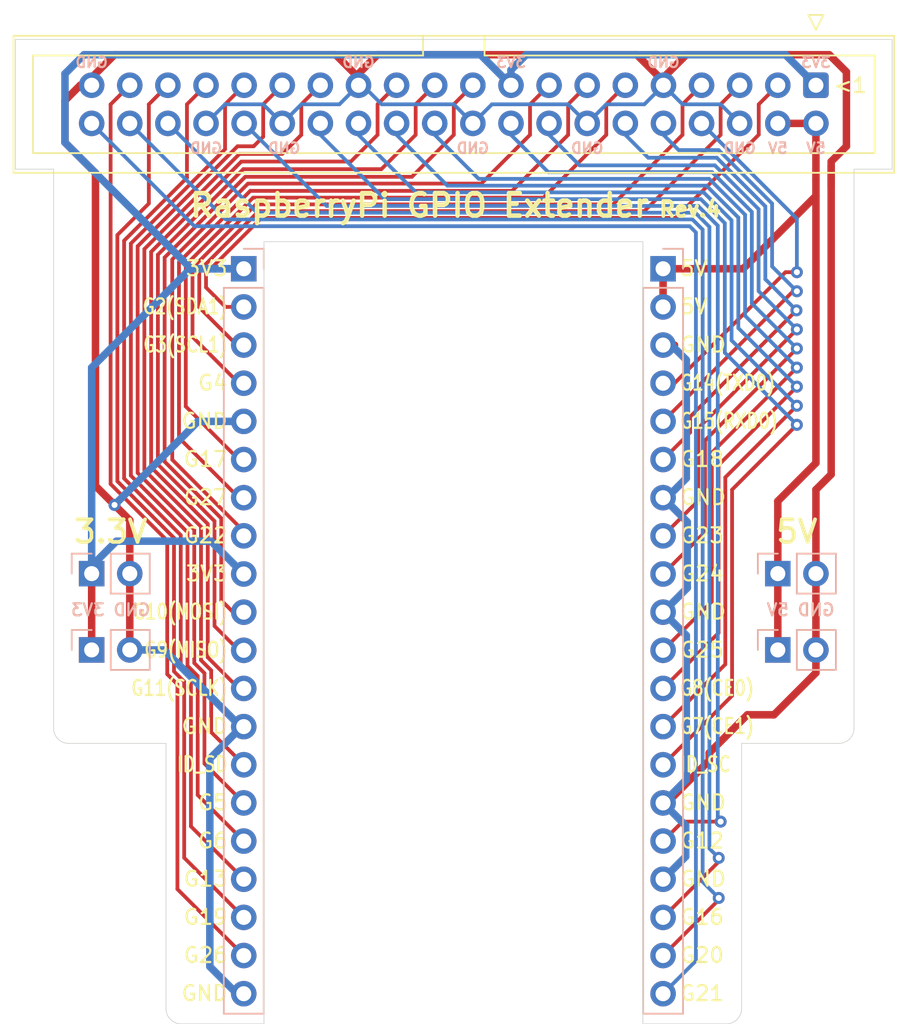
<source format=kicad_pcb>
(kicad_pcb (version 20211014) (generator pcbnew)
  (title_block (title "Raspberry Pie GPIO Extend Board") (rev "4") (company "Amos Home"))
  (layers (0 "F.Cu" signal) (31 "B.Cu" signal) (34 "B.Paste" user) (35 "F.Paste" user) (36 "B.SilkS" user "B.Silkscreen") (37 "F.SilkS" user "F.Silkscreen") (38 "B.Mask" user) (39 "F.Mask" user) (44 "Edge.Cuts" user))
  (net 0 "")
  (net 1 "Net-(J1-Pad3)")
  (net 2 "Net-(J1-Pad5)")
  (net 3 "Net-(J1-Pad7)")
  (net 4 "Net-(J1-Pad8)")
  (net 5 "Net-(J1-Pad10)")
  (net 6 "Net-(J1-Pad11)")
  (net 7 "Net-(J1-Pad12)")
  (net 8 "Net-(J1-Pad13)")
  (net 9 "Net-(J1-Pad15)")
  (net 10 "Net-(J1-Pad16)")
  (net 11 "Net-(J1-Pad18)")
  (net 12 "Net-(J1-Pad19)")
  (net 13 "Net-(J1-Pad21)")
  (net 14 "Net-(J1-Pad22)")
  (net 15 "Net-(J1-Pad23)")
  (net 16 "Net-(J1-Pad24)")
  (net 17 "Net-(J1-Pad26)")
  (net 18 "Net-(J1-Pad27)")
  (net 19 "Net-(J1-Pad28)")
  (net 20 "Net-(J1-Pad29)")
  (net 21 "Net-(J1-Pad31)")
  (net 22 "Net-(J1-Pad32)")
  (net 23 "Net-(J1-Pad33)")
  (net 24 "Net-(J1-Pad35)")
  (net 25 "Net-(J1-Pad36)")
  (net 26 "Net-(J1-Pad37)")
  (net 27 "Net-(J1-Pad38)")
  (net 28 "Net-(J1-Pad40)")
  (net 29 "+3V3")
  (net 30 "+5V")
  (net 31 "GND")
  (footprint "Connector_IDC:IDC-Header_2x20_P2.54mm_Vertical" (layer "F.Cu") (at 186.944 66.548 -90)
    (fp_text reference "J1" hide)
    (fp_text value "Conn_02x20_Odd_Even")
  )
  (footprint "Connector_PinHeader_2.54mm:PinHeader_1x20_P2.54mm_Vertical" (layer "B.Cu") (at 148.8186 78.7654 180)
    (fp_text reference "J2" hide)
    (fp_text value "Conn_01x20_Male")
  )
  (footprint "Connector_PinHeader_2.54mm:PinHeader_1x20_P2.54mm_Vertical" (layer "B.Cu") (at 176.7586 78.7654 180)
    (fp_text reference "J3" hide)
    (fp_text value "Conn_01x20_Male")
  )
  (footprint "Connector_PinHeader_2.54mm:PinHeader_1x02_P2.54mm_Vertical" (layer "B.Cu") (at 138.684 99.06 -90)
    (fp_text reference "J4" hide)
    (fp_text value "Conn_01x02_Male")
  )
  (footprint "Connector_PinHeader_2.54mm:PinHeader_1x02_P2.54mm_Vertical" (layer "B.Cu") (at 184.404 99.06 -90)
    (fp_text reference "J5" hide)
    (fp_text value "Conn_01x02_Male")
  )
  (footprint "Connector_PinHeader_2.54mm:PinHeader_1x02_P2.54mm_Vertical" (layer "B.Cu") (at 184.404 104.14 -90)
    (fp_text reference "J7" hide)
    (fp_text value "Conn_01x02_Male")
  )
  (footprint "Connector_PinHeader_2.54mm:PinHeader_1x02_P2.54mm_Vertical" (layer "B.Cu") (at 138.684 104.14 -90)
    (fp_text reference "J6" hide)
    (fp_text value "Conn_01x02_Male")
  )
  (gr_line (start 150.1648 129.032) (end 150.1648 76.962) (layer "Edge.Cuts") (width 0.05))
  (gr_line (start 143.637 110.363) (end 143.637 128.016) (layer "Edge.Cuts") (width 0.05))
  (gr_line (start 189.484 72.136) (end 192.024 72.136) (layer "Edge.Cuts") (width 0.05))
  (gr_line (start 192.024 63.5) (end 133.604 63.5) (layer "Edge.Cuts") (width 0.05))
  (gr_line (start 133.604 63.5) (end 133.604 72.136) (layer "Edge.Cuts") (width 0.05))
  (gr_line (start 136.144 72.136) (end 133.604 72.136) (layer "Edge.Cuts") (width 0.05))
  (gr_line (start 192.024 72.136) (end 192.024 63.5) (layer "Edge.Cuts") (width 0.05))
  (gr_arc (start 137.16 110.363) (mid 136.44158 110.06542) (end 136.144 109.347) (layer "Edge.Cuts") (width 0.05))
  (gr_line (start 143.637 110.363) (end 137.16 110.363) (layer "Edge.Cuts") (width 0.05))
  (gr_line (start 189.484 72.136) (end 189.484 109.347) (layer "Edge.Cuts") (width 0.05))
  (gr_line (start 188.468 110.363) (end 181.991 110.363) (layer "Edge.Cuts") (width 0.05))
  (gr_arc (start 144.653 129.032) (mid 143.93458 128.73442) (end 143.637 128.016) (layer "Edge.Cuts") (width 0.05))
  (gr_line (start 175.4124 129.032) (end 180.975 129.032) (layer "Edge.Cuts") (width 0.05))
  (gr_arc (start 189.484 109.347) (mid 189.18642 110.06542) (end 188.468 110.363) (layer "Edge.Cuts") (width 0.05))
  (gr_line (start 136.144 72.136) (end 136.144 109.347) (layer "Edge.Cuts") (width 0.05))
  (gr_arc (start 181.991 128.016) (mid 181.69342 128.73442) (end 180.975 129.032) (layer "Edge.Cuts") (width 0.05))
  (gr_line (start 150.1648 76.962) (end 175.4124 76.962) (layer "Edge.Cuts") (width 0.05))
  (gr_line (start 144.653 129.032) (end 150.1648 129.032) (layer "Edge.Cuts") (width 0.05))
  (gr_line (start 175.4124 76.962) (end 175.4124 129.032) (layer "Edge.Cuts") (width 0.05))
  (gr_line (start 181.991 110.363) (end 181.991 128.016) (layer "Edge.Cuts") (width 0.05))
  (gr_text "GND 3V3" (at 139.954 101.473) (layer "B.SilkS") (effects (font (size 0.8 0.8)) (justify mirror)))
  (gr_text "GND" (at 176.784 65.024) (layer "B.SilkS") (effects (font (size 0.7 0.7)) (justify mirror)))
  (gr_text "GND" (at 156.464 65.024) (layer "B.SilkS") (effects (font (size 0.7 0.7)) (justify mirror)))
  (gr_text "3V3" (at 166.624 65.024) (layer "B.SilkS") (effects (font (size 0.7 0.7)) (justify mirror)))
  (gr_text "GND" (at 151.511 70.739) (layer "B.SilkS") (effects (font (size 0.7 0.7)) (justify mirror)))
  (gr_text "GND" (at 146.304 70.739) (layer "B.SilkS") (effects (font (size 0.7 0.7)) (justify mirror)))
  (gr_text "GND" (at 164.084 70.739) (layer "B.SilkS") (effects (font (size 0.7 0.7)) (justify mirror)))
  (gr_text "GND" (at 171.704 70.739) (layer "B.SilkS") (effects (font (size 0.7 0.7)) (justify mirror)))
  (gr_text "GND" (at 181.864 70.739) (layer "B.SilkS") (effects (font (size 0.7 0.7)) (justify mirror)))
  (gr_text "3V3" (at 186.944 65.024) (layer "B.SilkS") (effects (font (size 0.7 0.7)) (justify mirror)))
  (gr_text "GND" (at 138.684 65.024) (layer "B.SilkS") (effects (font (size 0.7 0.7)) (justify mirror)))
  (gr_text "GND 5V" (at 185.928 101.473) (layer "B.SilkS") (effects (font (size 0.8 0.8)) (justify mirror)))
  (gr_text "5V" (at 186.944 70.739) (layer "B.SilkS") (effects (font (size 0.7 0.7)) (justify mirror)))
  (gr_text "5V" (at 184.404 70.739) (layer "B.SilkS") (effects (font (size 0.7 0.7)) (justify mirror)))
  (gr_text "5V" (at 185.674 96.266) (layer "F.SilkS") (effects (font (size 1.5 1.5) (thickness 0.25))))
  (gr_text "G21" (at 177.8 127) (layer "F.SilkS") (effects (font (size 1 1)) (justify left)))
  (gr_text "5V" (at 177.8 81.28) (layer "F.SilkS") (effects (font (size 1 1)) (justify left)))
  (gr_text "GND" (at 177.8 93.98) (layer "F.SilkS") (effects (font (size 1 1)) (justify left)))
  (gr_text "5V" (at 177.8 78.74) (layer "F.SilkS") (effects (font (size 1 1)) (justify left)))
  (gr_text "G14(TXD0)" (at 177.8 86.36) (layer "F.SilkS") (effects (font (size 1 0.8)) (justify left)))
  (gr_text "GND" (at 177.8 101.6) (layer "F.SilkS") (effects (font (size 1 1)) (justify left)))
  (gr_text "G15(RXD0)" (at 177.8 88.9) (layer "F.SilkS") (effects (font (size 1 0.8)) (justify left)))
  (gr_text "GND" (at 147.828 127) (layer "F.SilkS") (effects (font (size 1 1)) (justify right)))
  (gr_text "G6" (at 147.828 116.84) (layer "F.SilkS") (effects (font (size 1 1)) (justify right)))
  (gr_text "3.3V" (at 139.954 96.266) (layer "F.SilkS") (effects (font (size 1.5 1.5) (thickness 0.25))))
  (gr_text "G17" (at 147.828 91.44) (layer "F.SilkS") (effects (font (size 1 1)) (justify right)))
  (gr_text "G23" (at 177.8 96.52) (layer "F.SilkS") (effects (font (size 1 1)) (justify left)))
  (gr_text "G20" (at 177.8 124.46) (layer "F.SilkS") (effects (font (size 1 1)) (justify left)))
  (gr_text "G4" (at 147.828 86.36) (layer "F.SilkS") (effects (font (size 1 1)) (justify right)))
  (gr_text "GND" (at 147.828 109.22) (layer "F.SilkS") (effects (font (size 1 1)) (justify right)))
  (gr_text "G10(MOSI)" (at 147.828 101.6) (layer "F.SilkS") (effects (font (size 1 0.8)) (justify right)))
  (gr_text "G25" (at 177.8 104.14) (layer "F.SilkS") (effects (font (size 1 1)) (justify left)))
  (gr_text "RaspberryPi GPIO Extender" (at 160.528 74.549) (layer "F.SilkS") (effects (font (size 1.5 1.5) (thickness 0.3))))
  (gr_text "3V3" (at 147.828 99.06) (layer "F.SilkS") (effects (font (size 1 1)) (justify right)))
  (gr_text "G5" (at 147.828 114.3) (layer "F.SilkS") (effects (font (size 1 1)) (justify right)))
  (gr_text "G2(SDA1)" (at 147.828 81.28) (layer "F.SilkS") (effects (font (size 1 0.8)) (justify right)))
  (gr_text "Rev.4" (at 178.562 74.803) (layer "F.SilkS") (effects (font (size 1 1) (thickness 0.25))))
  (gr_text "G7(CE1)" (at 177.8 109.22) (layer "F.SilkS") (effects (font (size 1 0.8)) (justify left)))
  (gr_text "GND" (at 177.8 83.82) (layer "F.SilkS") (effects (font (size 1 1)) (justify left)))
  (gr_text "3V3" (at 147.828 78.74) (layer "F.SilkS") (effects (font (size 1 1)) (justify right)))
  (gr_text "GND" (at 177.8 119.38) (layer "F.SilkS") (effects (font (size 1 1)) (justify left)))
  (gr_text "G22" (at 147.828 96.52) (layer "F.SilkS") (effects (font (size 1 1)) (justify right)))
  (gr_text "G13" (at 147.828 119.38) (layer "F.SilkS") (effects (font (size 1 1)) (justify right)))
  (gr_text "GND" (at 177.8 114.3) (layer "F.SilkS") (effects (font (size 1 1)) (justify left)))
  (gr_text "<1" (at 189.23 66.548) (layer "F.SilkS") (effects (font (size 1 1))))
  (gr_text "G16" (at 177.8 121.92) (layer "F.SilkS") (effects (font (size 1 1)) (justify left)))
  (gr_text "G9(MISO)" (at 147.828 104.14) (layer "F.SilkS") (effects (font (size 1 0.8)) (justify right)))
  (gr_text "G8(CE0)" (at 177.8 106.68) (layer "F.SilkS") (effects (font (size 1 0.8)) (justify left)))
  (gr_text "G18" (at 177.8 91.44) (layer "F.SilkS") (effects (font (size 1 1)) (justify left)))
  (gr_text "G27" (at 147.828 93.98) (layer "F.SilkS") (effects (font (size 1 1)) (justify right)))
  (gr_text "ID_SD" (at 147.828 111.76) (layer "F.SilkS") (effects (font (size 1 0.8)) (justify right)))
  (gr_text "G19" (at 147.828 121.92) (layer "F.SilkS") (effects (font (size 1 1)) (justify right)))
  (gr_text "G26" (at 147.828 124.46) (layer "F.SilkS") (effects (font (size 1 1)) (justify right)))
  (gr_text "ID_SC" (at 177.8 111.76) (layer "F.SilkS") (effects (font (size 1 0.8)) (justify left)))
  (gr_text "G11(SCLK)" (at 147.828 106.68) (layer "F.SilkS") (effects (font (size 1 0.8)) (justify right)))
  (gr_text "G3(SCL1)" (at 147.828 83.82) (layer "F.SilkS") (effects (font (size 1 0.8)) (justify right)))
  (gr_text "G12" (at 177.8 116.84) (layer "F.SilkS") (effects (font (size 1 1)) (justify left)))
  (gr_text "G24" (at 177.8 99.06) (layer "F.SilkS") (effects (font (size 1 1)) (justify left)))
  (gr_text "GND" (at 147.828 88.9) (layer "F.SilkS") (effects (font (size 1 1)) (justify right)))
  (segment (start 149.999122 75.380011) (end 177.59424 75.380011) (width 0.25) (layer "F.Cu") (net 1))
  (segment (start 146.304 79.075133) (end 149.999122 75.380011) (width 0.25) (layer "F.Cu") (net 1))
  (segment (start 147.5994 81.3054) (end 146.304 80.01) (width 0.25) (layer "F.Cu") (net 1))
  (segment (start 183.134 69.840251) (end 183.134 67.818) (width 0.25) (layer "F.Cu") (net 1))
  (segment (start 183.134 67.818) (end 184.404 66.548) (width 0.25) (layer "F.Cu") (net 1))
  (segment (start 148.8186 81.3054) (end 147.5994 81.3054) (width 0.25) (layer "F.Cu") (net 1))
  (segment (start 177.59424 75.380011) (end 183.134 69.840251) (width 0.25) (layer "F.Cu") (net 1))
  (segment (start 146.304 80.01) (end 146.304 79.075133) (width 0.25) (layer "F.Cu") (net 1))
  (segment (start 145.853989 78.888733) (end 149.812722 74.93) (width 0.25) (layer "F.Cu") (net 2))
  (segment (start 180.594 67.818) (end 181.864 66.548) (width 0.25) (layer "F.Cu") (net 2))
  (segment (start 149.812722 74.93) (end 175.514 74.93) (width 0.25) (layer "F.Cu") (net 2))
  (segment (start 145.853989 81.337989) (end 145.853989 78.888733) (width 0.25) (layer "F.Cu") (net 2))
  (segment (start 180.594 69.85) (end 180.594 67.818) (width 0.25) (layer "F.Cu") (net 2))
  (segment (start 148.8186 83.8454) (end 148.3614 83.8454) (width 0.25) (layer "F.Cu") (net 2))
  (segment (start 175.514 74.93) (end 180.594 69.85) (width 0.25) (layer "F.Cu") (net 2))
  (segment (start 148.3614 83.8454) (end 145.853989 81.337989) (width 0.25) (layer "F.Cu") (net 2))
  (segment (start 178.054 69.85) (end 178.054 67.818) (width 0.25) (layer "F.Cu") (net 3))
  (segment (start 145.403978 83.300978) (end 145.403978 78.702333) (width 0.25) (layer "F.Cu") (net 3))
  (segment (start 145.403978 78.702333) (end 149.626322 74.479989) (width 0.25) (layer "F.Cu") (net 3))
  (segment (start 148.4884 86.3854) (end 145.403978 83.300978) (width 0.25) (layer "F.Cu") (net 3))
  (segment (start 173.424011 74.479989) (end 178.054 69.85) (width 0.25) (layer "F.Cu") (net 3))
  (segment (start 148.8186 86.3854) (end 148.4884 86.3854) (width 0.25) (layer "F.Cu") (net 3))
  (segment (start 149.626322 74.479989) (end 173.424011 74.479989) (width 0.25) (layer "F.Cu") (net 3))
  (segment (start 178.054 67.818) (end 179.324 66.548) (width 0.25) (layer "F.Cu") (net 3))
  (segment (start 184.912 78.994) (end 185.674 78.994) (width 0.25) (layer "F.Cu") (net 4))
  (segment (start 176.7586 86.3854) (end 177.5206 86.3854) (width 0.25) (layer "F.Cu") (net 4))
  (segment (start 177.5206 86.3854) (end 184.912 78.994) (width 0.25) (layer "F.Cu") (net 4))
  (via (at 185.674 78.994) (size 0.8) (drill 0.4) (layers "F.Cu" "B.Cu") (net 4))
  (segment (start 185.674 75.438) (end 185.674 78.994) (width 0.25) (layer "B.Cu") (net 4))
  (segment (start 179.324 69.088) (end 179.324 69.596) (width 0.25) (layer "B.Cu") (net 4))
  (segment (start 179.324 69.088) (end 185.674 75.438) (width 0.25) (layer "B.Cu") (net 4))
  (segment (start 185.42 80.264) (end 185.674 80.264) (width 0.25) (layer "F.Cu") (net 5))
  (segment (start 176.7586 88.9254) (end 185.42 80.264) (width 0.25) (layer "F.Cu") (net 5))
  (via (at 185.674 80.264) (size 0.8) (drill 0.4) (layers "F.Cu" "B.Cu") (net 5))
  (segment (start 176.784 69.088) (end 177.292 69.088) (width 0.25) (layer "B.Cu") (net 5))
  (segment (start 176.784 69.85) (end 177.8 70.866) (width 0.25) (layer "B.Cu") (net 5))
  (segment (start 180.46559 70.866) (end 184.023 74.42341) (width 0.25) (layer "B.Cu") (net 5))
  (segment (start 176.784 69.088) (end 176.784 69.469) (width 0.25) (layer "B.Cu") (net 5))
  (segment (start 184.023 78.613) (end 185.674 80.264) (width 0.25) (layer "B.Cu") (net 5))
  (segment (start 176.784 69.088) (end 176.784 69.85) (width 0.25) (layer "B.Cu") (net 5))
  (segment (start 177.8 70.866) (end 180.46559 70.866) (width 0.25) (layer "B.Cu") (net 5))
  (segment (start 184.023 74.42341) (end 184.023 78.613) (width 0.25) (layer "B.Cu") (net 5))
  (segment (start 144.953967 87.930967) (end 144.953967 78.515933) (width 0.25) (layer "F.Cu") (net 6))
  (segment (start 149.439922 74.029978) (end 168.794022 74.029978) (width 0.25) (layer "F.Cu") (net 6))
  (segment (start 172.974 67.818) (end 174.244 66.548) (width 0.25) (layer "F.Cu") (net 6))
  (segment (start 148.8186 91.4654) (end 148.4884 91.4654) (width 0.25) (layer "F.Cu") (net 6))
  (segment (start 144.953967 78.515933) (end 149.439922 74.029978) (width 0.25) (layer "F.Cu") (net 6))
  (segment (start 168.794022 74.029978) (end 172.974 69.85) (width 0.25) (layer "F.Cu") (net 6))
  (segment (start 148.4884 91.4654) (end 144.953967 87.930967) (width 0.25) (layer "F.Cu") (net 6))
  (segment (start 172.974 69.85) (end 172.974 67.818) (width 0.25) (layer "F.Cu") (net 6))
  (segment (start 178.562 89.662) (end 178.562 88.617498) (width 0.25) (layer "F.Cu") (net 7))
  (segment (start 176.7586 91.4654) (end 178.562 89.662) (width 0.25) (layer "F.Cu") (net 7))
  (segment (start 178.562 88.617498) (end 185.645498 81.534) (width 0.25) (layer "F.Cu") (net 7))
  (via (at 185.645498 81.534) (size 0.8) (drill 0.4) (layers "F.Cu" "B.Cu") (net 7))
  (segment (start 175.768 71.374) (end 180.33718 71.374) (width 0.25) (layer "B.Cu") (net 7))
  (segment (start 180.33718 71.374) (end 183.572989 74.609809) (width 0.25) (layer "B.Cu") (net 7))
  (segment (start 183.572989 74.609809) (end 183.572989 79.461491) (width 0.25) (layer "B.Cu") (net 7))
  (segment (start 174.244 69.85) (end 175.768 71.374) (width 0.25) (layer "B.Cu") (net 7))
  (segment (start 174.244 69.088) (end 174.244 69.85) (width 0.25) (layer "B.Cu") (net 7))
  (segment (start 174.244 69.088) (end 174.244 69.469) (width 0.25) (layer "B.Cu") (net 7))
  (segment (start 183.572989 79.461491) (end 185.645498 81.534) (width 0.25) (layer "B.Cu") (net 7))
  (segment (start 149.253522 73.579967) (end 166.704033 73.579967) (width 0.25) (layer "F.Cu") (net 8))
  (segment (start 144.503956 78.329533) (end 149.253522 73.579967) (width 0.25) (layer "F.Cu") (net 8))
  (segment (start 148.8186 94.0054) (end 148.4884 94.0054) (width 0.25) (layer "F.Cu") (net 8))
  (segment (start 170.434 69.85) (end 170.434 67.818) (width 0.25) (layer "F.Cu") (net 8))
  (segment (start 170.434 67.818) (end 171.704 66.548) (width 0.25) (layer "F.Cu") (net 8))
  (segment (start 144.503956 90.020956) (end 144.503956 78.329533) (width 0.25) (layer "F.Cu") (net 8))
  (segment (start 166.704033 73.579967) (end 170.434 69.85) (width 0.25) (layer "F.Cu") (net 8))
  (segment (start 148.4884 94.0054) (end 144.503956 90.020956) (width 0.25) (layer "F.Cu") (net 8))
  (segment (start 148.8186 96.2406) (end 144.053945 91.475945) (width 0.25) (layer "F.Cu") (net 9))
  (segment (start 148.8186 96.5454) (end 148.8186 96.2406) (width 0.25) (layer "F.Cu") (net 9))
  (segment (start 144.053945 91.475945) (end 144.053945 78.143133) (width 0.25) (layer "F.Cu") (net 9))
  (segment (start 164.649989 73.094011) (end 167.894 69.85) (width 0.25) (layer "F.Cu") (net 9))
  (segment (start 144.053945 78.143133) (end 149.103067 73.094011) (width 0.25) (layer "F.Cu") (net 9))
  (segment (start 167.894 69.85) (end 167.894 67.818) (width 0.25) (layer "F.Cu") (net 9))
  (segment (start 167.894 67.818) (end 169.164 66.548) (width 0.25) (layer "F.Cu") (net 9))
  (segment (start 149.103067 73.094011) (end 164.649989 73.094011) (width 0.25) (layer "F.Cu") (net 9))
  (segment (start 176.7586 96.5454) (end 179.105945 94.198055) (width 0.25) (layer "F.Cu") (net 10))
  (segment (start 179.105945 89.372055) (end 181.356 87.122) (width 0.25) (layer "F.Cu") (net 10))
  (segment (start 181.356 87.122) (end 185.674 82.804) (width 0.25) (layer "F.Cu") (net 10))
  (segment (start 179.105945 94.198055) (end 179.105945 89.372055) (width 0.25) (layer "F.Cu") (net 10))
  (via (at 185.674 82.804) (size 0.8) (drill 0.4) (layers "F.Cu" "B.Cu") (net 10))
  (segment (start 180.208769 71.882) (end 183.122978 74.796209) (width 0.25) (layer "B.Cu") (net 10))
  (segment (start 169.164 69.85) (end 171.196 71.882) (width 0.25) (layer "B.Cu") (net 10))
  (segment (start 183.122978 80.252978) (end 185.674 82.804) (width 0.25) (layer "B.Cu") (net 10))
  (segment (start 169.164 69.088) (end 169.164 69.469) (width 0.25) (layer "B.Cu") (net 10))
  (segment (start 183.122978 74.796209) (end 183.122978 80.252978) (width 0.25) (layer "B.Cu") (net 10))
  (segment (start 171.196 71.882) (end 180.208769 71.882) (width 0.25) (layer "B.Cu") (net 10))
  (segment (start 169.164 69.088) (end 169.164 69.85) (width 0.25) (layer "B.Cu") (net 10))
  (segment (start 179.555956 90.192044) (end 181.841956 87.906044) (width 0.25) (layer "F.Cu") (net 11))
  (segment (start 181.841956 87.906044) (end 185.674 84.074) (width 0.25) (layer "F.Cu") (net 11))
  (segment (start 176.7586 99.0854) (end 179.555956 96.288044) (width 0.25) (layer "F.Cu") (net 11))
  (segment (start 179.555956 96.288044) (end 179.555956 90.192044) (width 0.25) (layer "F.Cu") (net 11))
  (via (at 185.674 84.074) (size 0.8) (drill 0.4) (layers "F.Cu" "B.Cu") (net 11))
  (segment (start 169.106011 72.332011) (end 180.02237 72.332011) (width 0.25) (layer "B.Cu") (net 11))
  (segment (start 182.672967 81.072967) (end 185.674 84.074) (width 0.25) (layer "B.Cu") (net 11))
  (segment (start 166.624 69.088) (end 166.624 69.469) (width 0.25) (layer "B.Cu") (net 11))
  (segment (start 166.624 69.088) (end 166.624 69.85) (width 0.25) (layer "B.Cu") (net 11))
  (segment (start 180.02237 72.332011) (end 182.672967 74.982608) (width 0.25) (layer "B.Cu") (net 11))
  (segment (start 182.672967 74.982608) (end 182.672967 81.072967) (width 0.25) (layer "B.Cu") (net 11))
  (segment (start 166.624 69.85) (end 169.106011 72.332011) (width 0.25) (layer "B.Cu") (net 11))
  (segment (start 148.8186 101.6254) (end 148.1074 101.6254) (width 0.25) (layer "F.Cu") (net 12))
  (segment (start 147.32 100.838) (end 147.32 95.37841) (width 0.25) (layer "F.Cu") (net 12))
  (segment (start 148.1074 101.6254) (end 147.32 100.838) (width 0.25) (layer "F.Cu") (net 12))
  (segment (start 148.916667 72.644) (end 160.02 72.644) (width 0.25) (layer "F.Cu") (net 12))
  (segment (start 162.814 67.818) (end 164.084 66.548) (width 0.25) (layer "F.Cu") (net 12))
  (segment (start 147.32 95.37841) (end 143.546999 91.605409) (width 0.25) (layer "F.Cu") (net 12))
  (segment (start 160.02 72.644) (end 162.814 69.85) (width 0.25) (layer "F.Cu") (net 12))
  (segment (start 143.546999 78.013667) (end 148.916667 72.644) (width 0.25) (layer "F.Cu") (net 12))
  (segment (start 162.814 69.85) (end 162.814 67.818) (width 0.25) (layer "F.Cu") (net 12))
  (segment (start 143.546999 91.605409) (end 143.546999 78.013667) (width 0.25) (layer "F.Cu") (net 12))
  (segment (start 160.274 69.85) (end 160.274 67.818) (width 0.25) (layer "F.Cu") (net 13))
  (segment (start 157.988 72.136) (end 160.274 69.85) (width 0.25) (layer "F.Cu") (net 13))
  (segment (start 146.869989 95.56481) (end 143.096988 91.791809) (width 0.25) (layer "F.Cu") (net 13))
  (segment (start 146.869989 102.546989) (end 146.869989 95.56481) (width 0.25) (layer "F.Cu") (net 13))
  (segment (start 143.096988 77.827267) (end 148.788255 72.136) (width 0.25) (layer "F.Cu") (net 13))
  (segment (start 148.4884 104.1654) (end 146.869989 102.546989) (width 0.25) (layer "F.Cu") (net 13))
  (segment (start 148.788255 72.136) (end 157.988 72.136) (width 0.25) (layer "F.Cu") (net 13))
  (segment (start 143.096988 91.791809) (end 143.096988 77.827267) (width 0.25) (layer "F.Cu") (net 13))
  (segment (start 148.8186 104.1654) (end 148.4884 104.1654) (width 0.25) (layer "F.Cu") (net 13))
  (segment (start 160.274 67.818) (end 161.544 66.548) (width 0.25) (layer "F.Cu") (net 13))
  (segment (start 180.005967 100.918033) (end 180.005967 91.012019) (width 0.25) (layer "F.Cu") (net 14))
  (segment (start 182.291967 88.726019) (end 185.673986 85.344) (width 0.25) (layer "F.Cu") (net 14))
  (segment (start 180.005967 91.012019) (end 182.291967 88.726019) (width 0.25) (layer "F.Cu") (net 14))
  (segment (start 176.7586 104.1654) (end 180.005967 100.918033) (width 0.25) (layer "F.Cu") (net 14))
  (via (at 185.673986 85.344) (size 0.8) (drill 0.4) (layers "F.Cu" "B.Cu") (net 14))
  (segment (start 161.544 69.088) (end 161.544 69.85) (width 0.25) (layer "B.Cu") (net 14))
  (segment (start 182.222956 75.169007) (end 182.222956 81.89297) (width 0.25) (layer "B.Cu") (net 14))
  (segment (start 182.222956 81.89297) (end 185.673986 85.344) (width 0.25) (layer "B.Cu") (net 14))
  (segment (start 161.544 69.85) (end 164.476022 72.782022) (width 0.25) (layer "B.Cu") (net 14))
  (segment (start 179.835971 72.782022) (end 182.222956 75.169007) (width 0.25) (layer "B.Cu") (net 14))
  (segment (start 164.476022 72.782022) (end 179.835971 72.782022) (width 0.25) (layer "B.Cu") (net 14))
  (segment (start 146.419978 104.636978) (end 146.419978 95.75121) (width 0.25) (layer "F.Cu") (net 15))
  (segment (start 157.734 69.85) (end 157.734 67.818) (width 0.25) (layer "F.Cu") (net 15))
  (segment (start 155.956 71.628) (end 157.734 69.85) (width 0.25) (layer "F.Cu") (net 15))
  (segment (start 146.419978 95.75121) (end 142.646977 91.978209) (width 0.25) (layer "F.Cu") (net 15))
  (segment (start 148.4884 106.7054) (end 146.419978 104.636978) (width 0.25) (layer "F.Cu") (net 15))
  (segment (start 148.659844 71.628) (end 155.956 71.628) (width 0.25) (layer "F.Cu") (net 15))
  (segment (start 142.646977 77.640867) (end 148.659844 71.628) (width 0.25) (layer "F.Cu") (net 15))
  (segment (start 157.734 67.818) (end 159.004 66.548) (width 0.25) (layer "F.Cu") (net 15))
  (segment (start 142.646977 91.978209) (end 142.646977 77.640867) (width 0.25) (layer "F.Cu") (net 15))
  (segment (start 148.8186 106.7054) (end 148.4884 106.7054) (width 0.25) (layer "F.Cu") (net 15))
  (segment (start 180.594 91.694) (end 185.674 86.614) (width 0.25) (layer "F.Cu") (net 16))
  (segment (start 176.7586 106.7054) (end 180.455978 103.008022) (width 0.25) (layer "F.Cu") (net 16))
  (segment (start 180.455978 91.832022) (end 180.594 91.694) (width 0.25) (layer "F.Cu") (net 16))
  (segment (start 180.455978 103.008022) (end 180.455978 91.832022) (width 0.25) (layer "F.Cu") (net 16))
  (via (at 185.674 86.614) (size 0.8) (drill 0.4) (layers "F.Cu" "B.Cu") (net 16))
  (segment (start 181.772945 75.355407) (end 181.772945 82.712945) (width 0.25) (layer "B.Cu") (net 16))
  (segment (start 159.004 69.85) (end 162.386033 73.232033) (width 0.25) (layer "B.Cu") (net 16))
  (segment (start 181.772945 82.712945) (end 185.674 86.614) (width 0.25) (layer "B.Cu") (net 16))
  (segment (start 162.386033 73.232033) (end 179.649571 73.232033) (width 0.25) (layer "B.Cu") (net 16))
  (segment (start 159.004 69.088) (end 159.004 69.85) (width 0.25) (layer "B.Cu") (net 16))
  (segment (start 179.649571 73.232033) (end 181.772945 75.355407) (width 0.25) (layer "B.Cu") (net 16))
  (segment (start 180.905989 105.098011) (end 180.905989 92.652021) (width 0.25) (layer "F.Cu") (net 17))
  (segment (start 180.905989 92.652021) (end 185.674 87.88401) (width 0.25) (layer "F.Cu") (net 17))
  (segment (start 176.7586 109.2454) (end 180.905989 105.098011) (width 0.25) (layer "F.Cu") (net 17))
  (via (at 185.674 87.88401) (size 0.8) (drill 0.4) (layers "F.Cu" "B.Cu") (net 17))
  (segment (start 156.464 69.85) (end 160.296044 73.682044) (width 0.25) (layer "B.Cu") (net 17))
  (segment (start 160.296044 73.682044) (end 179.463171 73.682044) (width 0.25) (layer "B.Cu") (net 17))
  (segment (start 181.322934 75.541807) (end 181.322934 83.532944) (width 0.25) (layer "B.Cu") (net 17))
  (segment (start 179.463171 73.682044) (end 181.322934 75.541807) (width 0.25) (layer "B.Cu") (net 17))
  (segment (start 181.322934 83.532944) (end 185.274001 87.484011) (width 0.25) (layer "B.Cu") (net 17))
  (segment (start 156.464 69.088) (end 156.464 69.85) (width 0.25) (layer "B.Cu") (net 17))
  (segment (start 185.274001 87.484011) (end 185.674 87.88401) (width 0.25) (layer "B.Cu") (net 17))
  (segment (start 148.531434 71.12) (end 151.384 71.12) (width 0.25) (layer "F.Cu") (net 18))
  (segment (start 146.649055 105.502466) (end 145.969967 104.823378) (width 0.25) (layer "F.Cu") (net 18))
  (segment (start 142.196966 77.454467) (end 148.531434 71.12) (width 0.25) (layer "F.Cu") (net 18))
  (segment (start 145.969967 104.823378) (end 145.969967 95.93761) (width 0.25) (layer "F.Cu") (net 18))
  (segment (start 152.654 67.818) (end 153.924 66.548) (width 0.25) (layer "F.Cu") (net 18))
  (segment (start 152.654 69.85) (end 152.654 67.818) (width 0.25) (layer "F.Cu") (net 18))
  (segment (start 151.384 71.12) (end 152.654 69.85) (width 0.25) (layer "F.Cu") (net 18))
  (segment (start 148.8186 111.7854) (end 146.649055 109.615855) (width 0.25) (layer "F.Cu") (net 18))
  (segment (start 142.196966 92.164609) (end 142.196966 77.454467) (width 0.25) (layer "F.Cu") (net 18))
  (segment (start 146.649055 109.615855) (end 146.649055 105.502466) (width 0.25) (layer "F.Cu") (net 18))
  (segment (start 145.969967 95.93761) (end 142.196966 92.164609) (width 0.25) (layer "F.Cu") (net 18))
  (segment (start 181.356 93.47201) (end 185.67401 89.154) (width 0.25) (layer "F.Cu") (net 19))
  (segment (start 181.356 107.188) (end 181.356 93.47201) (width 0.25) (layer "F.Cu") (net 19))
  (segment (start 176.7586 111.7854) (end 181.356 107.188) (width 0.25) (layer "F.Cu") (net 19))
  (via (at 185.67401 89.154) (size 0.8) (drill 0.4) (layers "F.Cu" "B.Cu") (net 19))
  (segment (start 158.206055 74.132055) (end 179.276771 74.132055) (width 0.25) (layer "B.Cu") (net 19))
  (segment (start 179.276771 74.132055) (end 180.872923 75.728207) (width 0.25) (layer "B.Cu") (net 19))
  (segment (start 153.924 69.85) (end 158.206055 74.132055) (width 0.25) (layer "B.Cu") (net 19))
  (segment (start 180.872923 75.728207) (end 180.872923 84.352913) (width 0.25) (layer "B.Cu") (net 19))
  (segment (start 180.872923 84.352913) (end 185.274011 88.754001) (width 0.25) (layer "B.Cu") (net 19))
  (segment (start 185.274011 88.754001) (end 185.67401 89.154) (width 0.25) (layer "B.Cu") (net 19))
  (segment (start 153.924 69.088) (end 153.924 69.85) (width 0.25) (layer "B.Cu") (net 19))
  (segment (start 145.519956 96.12401) (end 141.746955 92.351009) (width 0.25) (layer "F.Cu") (net 20))
  (segment (start 148.403023 70.612) (end 149.479 70.612) (width 0.25) (layer "F.Cu") (net 20))
  (segment (start 145.519956 105.009778) (end 145.519956 96.12401) (width 0.25) (layer "F.Cu") (net 20))
  (segment (start 146.199044 111.705844) (end 146.199044 105.688865) (width 0.25) (layer "F.Cu") (net 20))
  (segment (start 146.199044 105.688865) (end 145.519956 105.009778) (width 0.25) (layer "F.Cu") (net 20))
  (segment (start 150.114 69.977) (end 150.114 67.818) (width 0.25) (layer "F.Cu") (net 20))
  (segment (start 150.114 67.818) (end 151.384 66.548) (width 0.25) (layer "F.Cu") (net 20))
  (segment (start 141.746955 77.268067) (end 148.403023 70.612) (width 0.25) (layer "F.Cu") (net 20))
  (segment (start 149.479 70.612) (end 150.114 69.977) (width 0.25) (layer "F.Cu") (net 20))
  (segment (start 148.8186 114.3254) (end 146.199044 111.705844) (width 0.25) (layer "F.Cu") (net 20))
  (segment (start 141.746955 92.351009) (end 141.746955 77.268067) (width 0.25) (layer "F.Cu") (net 20))
  (segment (start 148.8186 116.8654) (end 145.749033 113.795833) (width 0.25) (layer "F.Cu") (net 21))
  (segment (start 141.296944 92.537409) (end 141.296944 77.081667) (width 0.25) (layer "F.Cu") (net 21))
  (segment (start 147.574 70.804613) (end 147.574 67.818) (width 0.25) (layer "F.Cu") (net 21))
  (segment (start 145.749033 113.795833) (end 145.749033 105.875266) (width 0.25) (layer "F.Cu") (net 21))
  (segment (start 145.749033 105.875266) (end 145.069945 105.196178) (width 0.25) (layer "F.Cu") (net 21))
  (segment (start 147.574 67.818) (end 148.844 66.548) (width 0.25) (layer "F.Cu") (net 21))
  (segment (start 145.069945 96.31041) (end 141.296944 92.537409) (width 0.25) (layer "F.Cu") (net 21))
  (segment (start 145.069945 105.196178) (end 145.069945 96.31041) (width 0.25) (layer "F.Cu") (net 21))
  (segment (start 141.296944 77.081667) (end 147.574 70.804613) (width 0.25) (layer "F.Cu") (net 21))
  (segment (start 176.7586 116.8654) (end 178.054 115.57) (width 0.25) (layer "F.Cu") (net 22))
  (segment (start 178.054 115.57) (end 180.593682 115.57) (width 0.25) (layer "F.Cu") (net 22))
  (via (at 180.593682 115.57) (size 0.8) (drill 0.4) (layers "F.Cu" "B.Cu") (net 22))
  (segment (start 180.403341 75.895036) (end 180.403341 115.379659) (width 0.25) (layer "B.Cu") (net 22))
  (segment (start 154.338066 74.582066) (end 179.090371 74.582066) (width 0.25) (layer "B.Cu") (net 22))
  (segment (start 148.844 69.088) (end 148.844 69.2785) (width 0.25) (layer "B.Cu") (net 22))
  (segment (start 180.403341 115.379659) (end 180.593682 115.57) (width 0.25) (layer "B.Cu") (net 22))
  (segment (start 179.090371 74.582066) (end 180.403341 75.895036) (width 0.25) (layer "B.Cu") (net 22))
  (segment (start 148.844 69.088) (end 154.338066 74.582066) (width 0.25) (layer "B.Cu") (net 22))
  (segment (start 148.8186 119.4054) (end 145.299022 115.885822) (width 0.25) (layer "F.Cu") (net 23))
  (segment (start 144.619934 105.382578) (end 144.619934 96.49681) (width 0.25) (layer "F.Cu") (net 23))
  (segment (start 145.299022 106.061665) (end 144.619934 105.382578) (width 0.25) (layer "F.Cu") (net 23))
  (segment (start 140.846933 92.723809) (end 140.846933 76.89527) (width 0.25) (layer "F.Cu") (net 23))
  (segment (start 140.846933 76.89527) (end 145.034 72.708203) (width 0.25) (layer "F.Cu") (net 23))
  (segment (start 145.034 72.708203) (end 145.034 67.818) (width 0.25) (layer "F.Cu") (net 23))
  (segment (start 144.619934 96.49681) (end 140.846933 92.723809) (width 0.25) (layer "F.Cu") (net 23))
  (segment (start 145.299022 115.885822) (end 145.299022 106.061665) (width 0.25) (layer "F.Cu") (net 23))
  (segment (start 145.034 67.818) (end 146.304 66.548) (width 0.25) (layer "F.Cu") (net 23))
  (segment (start 144.849011 106.248066) (end 144.169923 105.568978) (width 0.25) (layer "F.Cu") (net 24))
  (segment (start 144.169923 96.68321) (end 140.396922 92.910209) (width 0.25) (layer "F.Cu") (net 24))
  (segment (start 140.396922 92.910209) (end 140.396922 76.519078) (width 0.25) (layer "F.Cu") (net 24))
  (segment (start 142.494 67.818) (end 143.764 66.548) (width 0.25) (layer "F.Cu") (net 24))
  (segment (start 144.169923 105.568978) (end 144.169923 96.68321) (width 0.25) (layer "F.Cu") (net 24))
  (segment (start 142.494 74.422) (end 142.494 67.818) (width 0.25) (layer "F.Cu") (net 24))
  (segment (start 140.396922 76.519078) (end 142.494 74.422) (width 0.25) (layer "F.Cu") (net 24))
  (segment (start 144.849011 117.975811) (end 144.849011 106.248066) (width 0.25) (layer "F.Cu") (net 24))
  (segment (start 148.8186 121.9454) (end 144.849011 117.975811) (width 0.25) (layer "F.Cu") (net 24))
  (segment (start 180.467002 118.236998) (end 180.467002 117.983) (width 0.25) (layer "F.Cu") (net 25))
  (segment (start 176.7586 121.9454) (end 180.467002 118.236998) (width 0.25) (layer "F.Cu") (net 25))
  (via (at 180.467002 117.983) (size 0.8) (drill 0.4) (layers "F.Cu" "B.Cu") (net 25))
  (segment (start 149.708077 75.032077) (end 178.903971 75.032077) (width 0.25) (layer "B.Cu") (net 25))
  (segment (start 179.846007 117.362005) (end 180.467002 117.983) (width 0.25) (layer "B.Cu") (net 25))
  (segment (start 178.903971 75.032077) (end 179.846007 75.974113) (width 0.25) (layer "B.Cu") (net 25))
  (segment (start 143.764 69.088) (end 149.708077 75.032077) (width 0.25) (layer "B.Cu") (net 25))
  (segment (start 179.846007 75.974113) (end 179.846007 117.362005) (width 0.25) (layer "B.Cu") (net 25))
  (segment (start 148.8186 124.4854) (end 144.399 120.0658) (width 0.25) (layer "F.Cu") (net 26))
  (segment (start 143.719912 105.755378) (end 143.719912 96.86961) (width 0.25) (layer "F.Cu") (net 26))
  (segment (start 144.399 106.434465) (end 143.719912 105.755378) (width 0.25) (layer "F.Cu") (net 26))
  (segment (start 140.374001 67.397999) (end 141.224 66.548) (width 0.25) (layer "F.Cu") (net 26))
  (segment (start 139.946911 93.096609) (end 139.946911 67.825089) (width 0.25) (layer "F.Cu") (net 26))
  (segment (start 143.719912 96.86961) (end 139.946911 93.096609) (width 0.25) (layer "F.Cu") (net 26))
  (segment (start 144.399 120.0658) (end 144.399 106.434465) (width 0.25) (layer "F.Cu") (net 26))
  (segment (start 139.946911 67.825089) (end 140.374001 67.397999) (width 0.25) (layer "F.Cu") (net 26))
  (segment (start 139.946911 67.825089) (end 139.954 67.818) (width 0.25) (layer "F.Cu") (net 26))
  (segment (start 176.7586 124.4854) (end 180.467 120.777) (width 0.25) (layer "F.Cu") (net 27))
  (segment (start 180.467 120.777) (end 180.467 120.650006) (width 0.25) (layer "F.Cu") (net 27))
  (via (at 180.467 120.650006) (size 0.8) (drill 0.4) (layers "F.Cu" "B.Cu") (net 27))
  (segment (start 179.395996 119.579002) (end 180.067001 120.250007) (width 0.25) (layer "B.Cu") (net 27))
  (segment (start 178.717566 75.482088) (end 179.395996 76.160518) (width 0.25) (layer "B.Cu") (net 27))
  (segment (start 147.618088 75.482088) (end 178.717566 75.482088) (width 0.25) (layer "B.Cu") (net 27))
  (segment (start 141.224 69.088) (end 147.618088 75.482088) (width 0.25) (layer "B.Cu") (net 27))
  (segment (start 180.067001 120.250007) (end 180.467 120.650006) (width 0.25) (layer "B.Cu") (net 27))
  (segment (start 179.395996 76.160518) (end 179.395996 119.579002) (width 0.25) (layer "B.Cu") (net 27))
  (segment (start 178.531167 75.932099) (end 178.945985 76.346918) (width 0.25) (layer "B.Cu") (net 28))
  (segment (start 177.608599 126.175401) (end 176.7586 127.0254) (width 0.25) (layer "B.Cu") (net 28))
  (segment (start 138.684 69.088) (end 145.528099 75.932099) (width 0.25) (layer "B.Cu") (net 28))
  (segment (start 178.945985 124.838015) (end 177.608599 126.175401) (width 0.25) (layer "B.Cu") (net 28))
  (segment (start 178.945985 76.346918) (end 178.945985 124.838015) (width 0.25) (layer "B.Cu") (net 28))
  (segment (start 145.528099 75.932099) (end 178.531167 75.932099) (width 0.25) (layer "B.Cu") (net 28))
  (segment (start 138.684 99.06) (end 138.684 104.14) (width 0.5) (layer "F.Cu") (net 29))
  (segment (start 138.684 85.344) (end 138.684 99.06) (width 0.5) (layer "B.Cu") (net 29))
  (segment (start 138.684 99.06) (end 138.684 98.552) (width 0.5) (layer "B.Cu") (net 29))
  (segment (start 184.912 64.516) (end 186.944 66.548) (width 0.5) (layer "B.Cu") (net 29))
  (segment (start 138.684 98.552) (end 140.335 96.901) (width 0.5) (layer "B.Cu") (net 29))
  (segment (start 167.64 64.516) (end 184.912 64.516) (width 0.5) (layer "B.Cu") (net 29))
  (segment (start 136.906 65.786) (end 136.906 70.358) (width 0.5) (layer "B.Cu") (net 29))
  (segment (start 136.906 70.358) (end 145.3134 78.7654) (width 0.5) (layer "B.Cu") (net 29))
  (segment (start 145.2626 78.7654) (end 138.684 85.344) (width 0.5) (layer "B.Cu") (net 29))
  (segment (start 166.624 66.548) (end 164.592 64.516) (width 0.5) (layer "B.Cu") (net 29))
  (segment (start 140.335 96.901) (end 146.6342 96.901) (width 0.5) (layer "B.Cu") (net 29))
  (segment (start 164.592 64.516) (end 138.176 64.516) (width 0.5) (layer "B.Cu") (net 29))
  (segment (start 148.8186 78.7654) (end 145.2626 78.7654) (width 0.5) (layer "B.Cu") (net 29))
  (segment (start 166.624 66.548) (end 166.624 65.532) (width 0.5) (layer "B.Cu") (net 29))
  (segment (start 145.3134 78.7654) (end 148.8186 78.7654) (width 0.5) (layer "B.Cu") (net 29))
  (segment (start 146.6342 96.901) (end 148.8186 99.0854) (width 0.5) (layer "B.Cu") (net 29))
  (segment (start 166.624 65.532) (end 167.64 64.516) (width 0.5) (layer "B.Cu") (net 29))
  (segment (start 138.176 64.516) (end 136.906 65.786) (width 0.5) (layer "B.Cu") (net 29))
  (segment (start 184.404 69.088) (end 186.944 69.088) (width 0.5) (layer "F.Cu") (net 30))
  (segment (start 186.944 68.58) (end 186.944 72.898) (width 0.5) (layer "F.Cu") (net 30))
  (segment (start 176.7586 78.7654) (end 182.0926 78.7654) (width 0.5) (layer "F.Cu") (net 30))
  (segment (start 186.944 91.694) (end 186.944 72.898) (width 0.5) (layer "F.Cu") (net 30))
  (segment (start 176.7586 81.3054) (end 176.7586 78.7654) (width 0.5) (layer "F.Cu") (net 30))
  (segment (start 184.404 99.06) (end 184.404 104.14) (width 0.5) (layer "F.Cu") (net 30))
  (segment (start 184.404 94.234) (end 186.944 91.694) (width 0.5) (layer "F.Cu") (net 30))
  (segment (start 182.0926 78.7654) (end 186.944 73.914) (width 0.5) (layer "F.Cu") (net 30))
  (segment (start 184.404 99.06) (end 184.404 94.234) (width 0.5) (layer "F.Cu") (net 30))
  (segment (start 175.006 64.516) (end 176.784 66.294) (width 0.5) (layer "F.Cu") (net 31))
  (segment (start 156.464 66.548) (end 156.464 65.786) (width 0.5) (layer "F.Cu") (net 31))
  (segment (start 156.464 65.786) (end 157.734 64.516) (width 0.5) (layer "F.Cu") (net 31))
  (segment (start 176.784 66.294) (end 176.784 66.548) (width 0.5) (layer "F.Cu") (net 31))
  (segment (start 157.734 64.516) (end 175.006 64.516) (width 0.5) (layer "F.Cu") (net 31))
  (segment (start 138.684 66.548) (end 137.922 66.548) (width 0.5) (layer "F.Cu") (net 31))
  (segment (start 138.684 66.548) (end 138.684 66.04) (width 0.5) (layer "F.Cu") (net 31))
  (segment (start 136.906 67.564) (end 136.906 70.358) (width 0.5) (layer "F.Cu") (net 31))
  (segment (start 138.684 66.04) (end 140.208 64.516) (width 0.5) (layer "F.Cu") (net 31))
  (segment (start 141.224 99.06) (end 141.224 104.14) (width 0.5) (layer "F.Cu") (net 31))
  (segment (start 187.96 73.406) (end 187.96 73.140002) (width 0.5) (layer "F.Cu") (net 31))
  (segment (start 141.224 95.504) (end 140.207997 94.487997) (width 0.5) (layer "F.Cu") (net 31))
  (segment (start 182.372 108.458) (end 184.15 108.458) (width 0.5) (layer "F.Cu") (net 31))
  (segment (start 187.96 92.456) (end 187.96 71.882) (width 0.5) (layer "F.Cu") (net 31))
  (segment (start 186.944 105.664) (end 186.944 104.14) (width 0.5) (layer "F.Cu") (net 31))
  (segment (start 156.464 66.04) (end 156.464 66.548) (width 0.5) (layer "F.Cu") (net 31))
  (segment (start 188.976 65.659) (end 187.833 64.516) (width 0.5) (layer "F.Cu") (net 31))
  (segment (start 176.7586 114.3254) (end 177.0126 114.3254) (width 0.5) (layer "F.Cu") (net 31))
  (segment (start 186.944 99.06) (end 186.944 93.472) (width 0.5) (layer "F.Cu") (net 31))
  (segment (start 138.938 93.218) (end 140.207997 94.487997) (width 0.5) (layer "F.Cu") (net 31))
  (segment (start 176.7586 83.8454) (end 177.5206 83.8454) (width 0.5) (layer "F.Cu") (net 31))
  (segment (start 187.833 64.516) (end 178.308 64.516) (width 0.5) (layer "F.Cu") (net 31))
  (segment (start 154.94 64.516) (end 156.464 66.04) (width 0.5) (layer "F.Cu") (net 31))
  (segment (start 187.96 71.882) (end 187.96 71.628) (width 0.5) (layer "F.Cu") (net 31))
  (segment (start 184.15 108.458) (end 186.944 105.664) (width 0.5) (layer "F.Cu") (net 31))
  (segment (start 140.208 64.516) (end 154.94 64.516) (width 0.5) (layer "F.Cu") (net 31))
  (segment (start 179.832 110.998) (end 182.372 108.458) (width 0.5) (layer "F.Cu") (net 31))
  (segment (start 187.96 73.140002) (end 187.96 71.882) (width 0.5) (layer "F.Cu") (net 31))
  (segment (start 179.832 111.506) (end 179.832 110.998) (width 0.5) (layer "F.Cu") (net 31))
  (segment (start 186.944 93.472) (end 187.96 92.456) (width 0.5) (layer "F.Cu") (net 31))
  (segment (start 177.0126 114.3254) (end 179.832 111.506) (width 0.5) (layer "F.Cu") (net 31))
  (segment (start 176.784 66.04) (end 176.784 66.548) (width 0.5) (layer "F.Cu") (net 31))
  (segment (start 137.922 66.548) (end 136.906 67.564) (width 0.5) (layer "F.Cu") (net 31))
  (segment (start 187.96 71.628) (end 188.976 70.612) (width 0.5) (layer "F.Cu") (net 31))
  (segment (start 188.976 70.612) (end 188.976 65.659) (width 0.5) (layer "F.Cu") (net 31))
  (segment (start 178.308 64.516) (end 176.784 66.04) (width 0.5) (layer "F.Cu") (net 31))
  (segment (start 136.906 70.358) (end 138.938 72.39) (width 0.5) (layer "F.Cu") (net 31))
  (segment (start 141.224 99.06) (end 141.224 95.504) (width 0.5) (layer "F.Cu") (net 31))
  (segment (start 176.7586 114.3254) (end 177.038 114.046) (width 0.25) (layer "F.Cu") (net 31))
  (segment (start 138.938 72.39) (end 138.938 93.218) (width 0.5) (layer "F.Cu") (net 31))
  (segment (start 186.944 99.06) (end 186.944 104.14) (width 0.5) (layer "F.Cu") (net 31))
  (via (at 140.207997 94.487997) (size 0.8) (drill 0.4) (layers "F.Cu" "B.Cu") (net 31))
  (segment (start 170.434 67.818) (end 171.704 69.088) (width 0.25) (layer "B.Cu") (net 31))
  (segment (start 164.084 69.088) (end 165.354 67.818) (width 0.25) (layer "B.Cu") (net 31))
  (segment (start 165.354 67.818) (end 170.434 67.818) (width 0.25) (layer "B.Cu") (net 31))
  (segment (start 156.464 66.548) (end 156.737499 66.548) (width 0.25) (layer "B.Cu") (net 31))
  (segment (start 156.737499 66.548) (end 158.007499 67.818) (width 0.25) (layer "B.Cu") (net 31))
  (segment (start 158.007499 67.818) (end 162.814 67.818) (width 0.25) (layer "B.Cu") (net 31))
  (segment (start 162.814 67.818) (end 164.084 69.088) (width 0.25) (layer "B.Cu") (net 31))
  (segment (start 171.704 69.088) (end 172.974 67.818) (width 0.25) (layer "B.Cu") (net 31))
  (segment (start 178.054 67.818) (end 180.594 67.818) (width 0.25) (layer "B.Cu") (net 31))
  (segment (start 172.974 67.818) (end 175.514 67.818) (width 0.25) (layer "B.Cu") (net 31))
  (segment (start 176.784 66.548) (end 178.054 67.818) (width 0.25) (layer "B.Cu") (net 31))
  (segment (start 175.514 67.818) (end 176.784 66.548) (width 0.25) (layer "B.Cu") (net 31))
  (segment (start 180.594 67.818) (end 181.864 69.088) (width 0.25) (layer "B.Cu") (net 31))
  (segment (start 147.574 67.818) (end 150.114 67.818) (width 0.25) (layer "B.Cu") (net 31))
  (segment (start 150.114 67.818) (end 151.384 69.088) (width 0.25) (layer "B.Cu") (net 31))
  (segment (start 151.384 69.088) (end 152.654 67.818) (width 0.25) (layer "B.Cu") (net 31))
  (segment (start 152.654 67.818) (end 155.194 67.818) (width 0.25) (layer "B.Cu") (net 31))
  (segment (start 146.304 69.088) (end 147.574 67.818) (width 0.25) (layer "B.Cu") (net 31))
  (segment (start 155.194 67.818) (end 156.464 66.548) (width 0.25) (layer "B.Cu") (net 31))
  (segment (start 148.8186 88.9254) (end 145.7706 88.9254) (width 0.5) (layer "B.Cu") (net 31))
  (segment (start 178.308 103.1748) (end 178.308 112.776) (width 0.5) (layer "B.Cu") (net 31))
  (segment (start 176.7586 101.6254) (end 178.308 103.1748) (width 0.5) (layer "B.Cu") (net 31))
  (segment (start 178.266965 115.833765) (end 178.266965 117.897035) (width 0.5) (layer "B.Cu") (net 31))
  (segment (start 148.6916 109.2454) (end 146.558 111.379) (width 0.5) (layer "B.Cu") (net 31))
  (segment (start 140.208003 94.487997) (end 140.207997 94.487997) (width 0.5) (layer "B.Cu") (net 31))
  (segment (start 146.558 125.222) (end 148.3614 127.0254) (width 0.5) (layer "B.Cu") (net 31))
  (segment (start 176.7586 94.0054) (end 178.370974 95.617774) (width 0.5) (layer "B.Cu") (net 31))
  (segment (start 176.7586 114.3254) (end 178.266965 115.833765) (width 0.5) (layer "B.Cu") (net 31))
  (segment (start 143.51 104.14) (end 148.6154 109.2454) (width 0.5) (layer "B.Cu") (net 31))
  (segment (start 178.266965 117.897035) (end 176.7586 119.4054) (width 0.5) (layer "B.Cu") (net 31))
  (segment (start 148.8186 109.2454) (end 148.6916 109.2454) (width 0.5) (layer "B.Cu") (net 31))
  (segment (start 148.6154 109.2454) (end 148.8186 109.2454) (width 0.5) (layer "B.Cu") (net 31))
  (segment (start 148.3614 127.0254) (end 148.8186 127.0254) (width 0.5) (layer "B.Cu") (net 31))
  (segment (start 145.7706 88.9254) (end 140.208003 94.487997) (width 0.5) (layer "B.Cu") (net 31))
  (segment (start 178.308 92.71) (end 177.0126 94.0054) (width 0.5) (layer "B.Cu") (net 31))
  (segment (start 178.308 112.776) (end 176.7586 114.3254) (width 0.5) (layer "B.Cu") (net 31))
  (segment (start 177.0126 94.0054) (end 176.7586 94.0054) (width 0.5) (layer "B.Cu") (net 31))
  (segment (start 178.308 84.836) (end 178.308 92.71) (width 0.5) (layer "B.Cu") (net 31))
  (segment (start 178.370974 95.617774) (end 178.370974 100.013026) (width 0.5) (layer "B.Cu") (net 31))
  (segment (start 146.558 111.379) (end 146.558 125.222) (width 0.5) (layer "B.Cu") (net 31))
  (segment (start 141.224 104.14) (end 143.51 104.14) (width 0.5) (layer "B.Cu") (net 31))
  (segment (start 176.7586 83.8454) (end 177.3174 83.8454) (width 0.5) (layer "B.Cu") (net 31))
  (segment (start 177.3174 83.8454) (end 178.308 84.836) (width 0.5) (layer "B.Cu") (net 31))
  (segment (start 178.370974 100.013026) (end 176.7586 101.6254) (width 0.5) (layer "B.Cu") (net 31))
)
</source>
